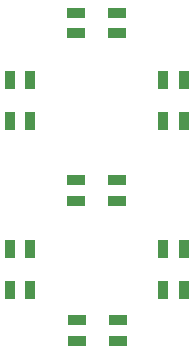
<source format=gtp>
G04 #@! TF.GenerationSoftware,KiCad,Pcbnew,8.0.3*
G04 #@! TF.CreationDate,2025-03-14T18:24:52+01:00*
G04 #@! TF.ProjectId,Nixie,4e697869-652e-46b6-9963-61645f706362,rev?*
G04 #@! TF.SameCoordinates,Original*
G04 #@! TF.FileFunction,Paste,Top*
G04 #@! TF.FilePolarity,Positive*
%FSLAX46Y46*%
G04 Gerber Fmt 4.6, Leading zero omitted, Abs format (unit mm)*
G04 Created by KiCad (PCBNEW 8.0.3) date 2025-03-14 18:24:52*
%MOMM*%
%LPD*%
G01*
G04 APERTURE LIST*
%ADD10R,0.850000X1.600000*%
%ADD11R,1.600000X0.850000*%
G04 APERTURE END LIST*
D10*
X69875000Y-67350000D03*
X68125000Y-67350000D03*
X68125000Y-70850000D03*
X69875000Y-70850000D03*
X81125000Y-56550000D03*
X82875000Y-56550000D03*
X82875000Y-53050000D03*
X81125000Y-53050000D03*
D11*
X77250000Y-49125000D03*
X77250000Y-47375000D03*
X73750000Y-47375000D03*
X73750000Y-49125000D03*
D10*
X69875000Y-53050000D03*
X68125000Y-53050000D03*
X68125000Y-56550000D03*
X69875000Y-56550000D03*
D11*
X77300000Y-75125000D03*
X77300000Y-73375000D03*
X73800000Y-73375000D03*
X73800000Y-75125000D03*
D10*
X81125000Y-70850000D03*
X82875000Y-70850000D03*
X82875000Y-67350000D03*
X81125000Y-67350000D03*
D11*
X73750000Y-61575000D03*
X73750000Y-63325000D03*
X77250000Y-63325000D03*
X77250000Y-61575000D03*
M02*

</source>
